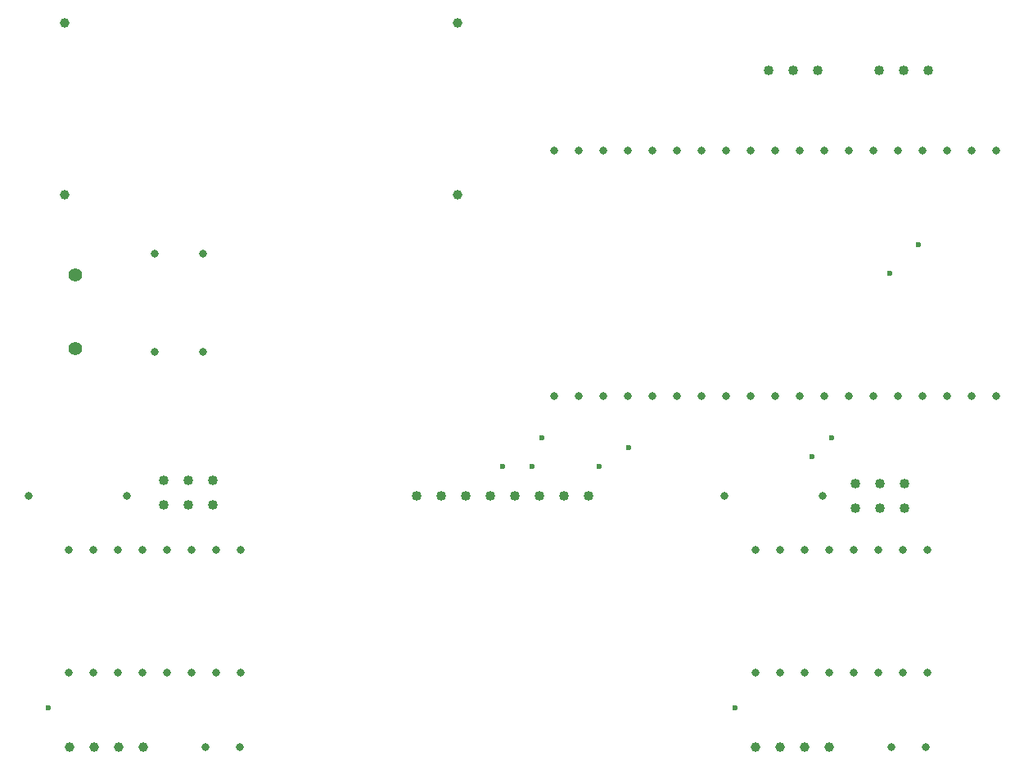
<source format=gbr>
%TF.GenerationSoftware,KiCad,Pcbnew,7.0.6-7.0.6~ubuntu22.04.1*%
%TF.CreationDate,2023-07-18T11:05:32+02:00*%
%TF.ProjectId,YABR_Bot,59414252-5f42-46f7-942e-6b696361645f,1.0*%
%TF.SameCoordinates,Original*%
%TF.FileFunction,Plated,1,2,PTH,Drill*%
%TF.FilePolarity,Positive*%
%FSLAX46Y46*%
G04 Gerber Fmt 4.6, Leading zero omitted, Abs format (unit mm)*
G04 Created by KiCad (PCBNEW 7.0.6-7.0.6~ubuntu22.04.1) date 2023-07-18 11:05:32*
%MOMM*%
%LPD*%
G01*
G04 APERTURE LIST*
%TA.AperFunction,ViaDrill*%
%ADD10C,0.600000*%
%TD*%
%TA.AperFunction,ComponentDrill*%
%ADD11C,0.800000*%
%TD*%
%TA.AperFunction,ComponentDrill*%
%ADD12C,0.812800*%
%TD*%
%TA.AperFunction,ComponentDrill*%
%ADD13C,1.000000*%
%TD*%
%TA.AperFunction,ComponentDrill*%
%ADD14C,1.016000*%
%TD*%
%TA.AperFunction,ComponentDrill*%
%ADD15C,1.400000*%
%TD*%
G04 APERTURE END LIST*
D10*
X29000000Y-93000000D03*
X76000000Y-68000000D03*
X79000000Y-68000000D03*
X80000000Y-65000000D03*
X86000000Y-68000000D03*
X89000000Y-66000000D03*
X100000000Y-93000000D03*
X108000000Y-67000000D03*
X110000000Y-65000000D03*
X116000000Y-48000000D03*
X119000000Y-45000000D03*
D11*
%TO.C,U3*%
X31110000Y-76650000D03*
X31110000Y-89350000D03*
X33650000Y-76650000D03*
X33650000Y-89350000D03*
X36190000Y-76650000D03*
X36190000Y-89350000D03*
X38730000Y-76650000D03*
X38730000Y-89350000D03*
X41270000Y-76650000D03*
X41270000Y-89350000D03*
X43810000Y-76650000D03*
X43810000Y-89350000D03*
X46350000Y-76650000D03*
X46350000Y-89350000D03*
X48890000Y-76650000D03*
X48890000Y-89350000D03*
%TO.C,U5*%
X81280000Y-35300000D03*
X81280000Y-60700000D03*
X83820000Y-35300000D03*
X83820000Y-60700000D03*
X86360000Y-35300000D03*
X86360000Y-60700000D03*
X88900000Y-35300000D03*
X88900000Y-60700000D03*
X91440000Y-35300000D03*
X91440000Y-60700000D03*
X93980000Y-35300000D03*
X93980000Y-60700000D03*
X96520000Y-35300000D03*
X96520000Y-60700000D03*
X99060000Y-35300000D03*
X99060000Y-60700000D03*
X101600000Y-35300000D03*
X101600000Y-60700000D03*
%TO.C,U2*%
X102110000Y-76650000D03*
X102110000Y-89350000D03*
%TO.C,U5*%
X104140000Y-35300000D03*
X104140000Y-60700000D03*
%TO.C,U2*%
X104650000Y-76650000D03*
X104650000Y-89350000D03*
%TO.C,U5*%
X106680000Y-35300000D03*
X106680000Y-60700000D03*
%TO.C,U2*%
X107190000Y-76650000D03*
X107190000Y-89350000D03*
%TO.C,U5*%
X109220000Y-35300000D03*
X109220000Y-60700000D03*
%TO.C,U2*%
X109730000Y-76650000D03*
X109730000Y-89350000D03*
%TO.C,U5*%
X111760000Y-35300000D03*
X111760000Y-60700000D03*
%TO.C,U2*%
X112270000Y-76650000D03*
X112270000Y-89350000D03*
%TO.C,U5*%
X114300000Y-35300000D03*
X114300000Y-60700000D03*
%TO.C,U2*%
X114810000Y-76650000D03*
X114810000Y-89350000D03*
%TO.C,U5*%
X116840000Y-35300000D03*
X116840000Y-60700000D03*
%TO.C,U2*%
X117350000Y-76650000D03*
X117350000Y-89350000D03*
%TO.C,U5*%
X119380000Y-35300000D03*
X119380000Y-60700000D03*
%TO.C,U2*%
X119890000Y-76650000D03*
X119890000Y-89350000D03*
%TO.C,U5*%
X121920000Y-35300000D03*
X121920000Y-60700000D03*
X124457280Y-35303680D03*
X124460000Y-60700000D03*
X126997280Y-35303680D03*
X127000000Y-60700000D03*
D12*
%TO.C,R3*%
X26920000Y-71000000D03*
X37080000Y-71000000D03*
%TO.C,R5*%
X40000000Y-46000000D03*
X40000000Y-56160000D03*
%TO.C,R6*%
X45000000Y-46000000D03*
X45000000Y-56160000D03*
%TO.C,C1*%
X45222000Y-97000000D03*
X48778000Y-97000000D03*
%TO.C,R1*%
X98920000Y-71000000D03*
X109080000Y-71000000D03*
%TO.C,C2*%
X116222000Y-97000000D03*
X119778000Y-97000000D03*
D13*
%TO.C,U4*%
X30680000Y-22110000D03*
X30680000Y-39890000D03*
%TO.C,M2*%
X31180000Y-97000000D03*
X33720000Y-97000000D03*
X36260000Y-97000000D03*
X38800000Y-97000000D03*
%TO.C,U4*%
X71320000Y-22110000D03*
X71320000Y-39890000D03*
%TO.C,M1*%
X102180000Y-97000000D03*
X104720000Y-97000000D03*
X107260000Y-97000000D03*
X109800000Y-97000000D03*
D14*
%TO.C,SV2*%
X40920000Y-69460000D03*
X40920000Y-72000000D03*
X43460000Y-69460000D03*
X43460000Y-72000000D03*
X46000000Y-69460000D03*
X46000000Y-72000000D03*
%TO.C,JP1*%
X67110000Y-71000000D03*
X69650000Y-71000000D03*
X72190000Y-71000000D03*
X74730000Y-71000000D03*
X77270000Y-71000000D03*
X79810000Y-71000000D03*
X82350000Y-71000000D03*
X84890000Y-71000000D03*
%TO.C,J1*%
X103460000Y-27000000D03*
X106000000Y-27000000D03*
X108540000Y-27000000D03*
%TO.C,SV1*%
X112460000Y-69730000D03*
X112460000Y-72270000D03*
%TO.C,J2*%
X114920000Y-27000000D03*
%TO.C,SV1*%
X115000000Y-69730000D03*
X115000000Y-72270000D03*
%TO.C,J2*%
X117460000Y-27000000D03*
%TO.C,SV1*%
X117540000Y-69730000D03*
X117540000Y-72270000D03*
%TO.C,J2*%
X120000000Y-27000000D03*
D15*
%TO.C,J3*%
X31777500Y-48190000D03*
X31777500Y-55810000D03*
M02*

</source>
